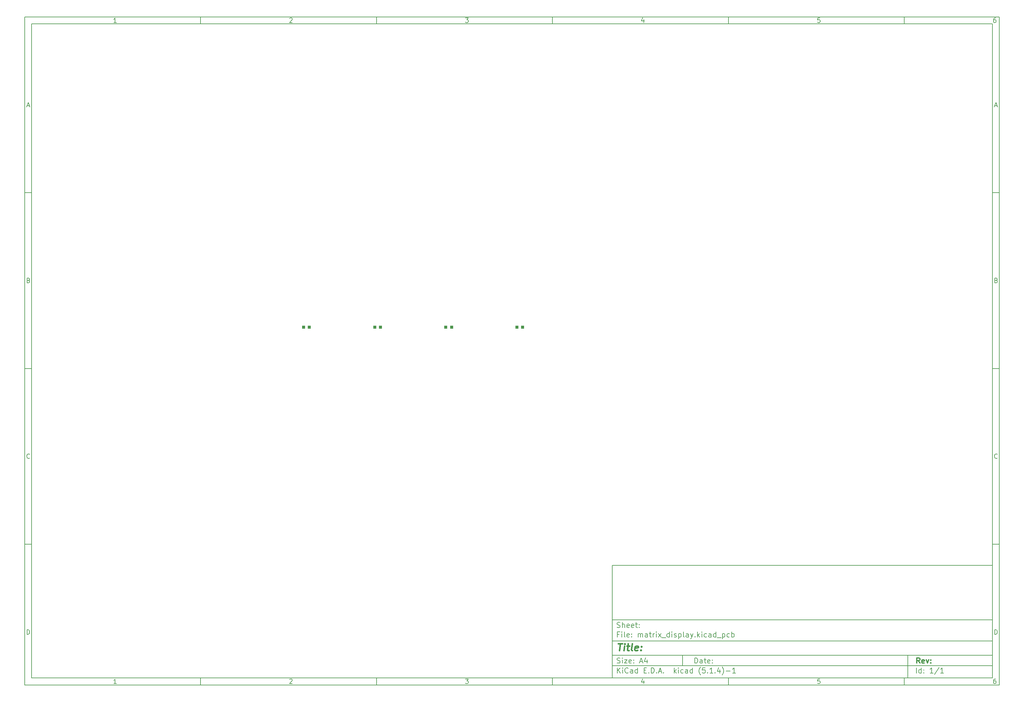
<source format=gbp>
G04 #@! TF.GenerationSoftware,KiCad,Pcbnew,(5.1.4)-1*
G04 #@! TF.CreationDate,2019-11-16T21:27:08+08:00*
G04 #@! TF.ProjectId,matrix_display,6d617472-6978-45f6-9469-73706c61792e,rev?*
G04 #@! TF.SameCoordinates,Original*
G04 #@! TF.FileFunction,Paste,Bot*
G04 #@! TF.FilePolarity,Positive*
%FSLAX46Y46*%
G04 Gerber Fmt 4.6, Leading zero omitted, Abs format (unit mm)*
G04 Created by KiCad (PCBNEW (5.1.4)-1) date 2019-11-16 21:27:08*
%MOMM*%
%LPD*%
G04 APERTURE LIST*
%ADD10C,0.150000*%
%ADD11C,0.300000*%
%ADD12C,0.400000*%
%ADD13R,0.965000X0.920000*%
G04 APERTURE END LIST*
D10*
X177002200Y-166007200D02*
X177002200Y-198007200D01*
X285002200Y-198007200D01*
X285002200Y-166007200D01*
X177002200Y-166007200D01*
X10000000Y-10000000D02*
X10000000Y-200007200D01*
X287002200Y-200007200D01*
X287002200Y-10000000D01*
X10000000Y-10000000D01*
X12000000Y-12000000D02*
X12000000Y-198007200D01*
X285002200Y-198007200D01*
X285002200Y-12000000D01*
X12000000Y-12000000D01*
X60000000Y-12000000D02*
X60000000Y-10000000D01*
X110000000Y-12000000D02*
X110000000Y-10000000D01*
X160000000Y-12000000D02*
X160000000Y-10000000D01*
X210000000Y-12000000D02*
X210000000Y-10000000D01*
X260000000Y-12000000D02*
X260000000Y-10000000D01*
X36065476Y-11588095D02*
X35322619Y-11588095D01*
X35694047Y-11588095D02*
X35694047Y-10288095D01*
X35570238Y-10473809D01*
X35446428Y-10597619D01*
X35322619Y-10659523D01*
X85322619Y-10411904D02*
X85384523Y-10350000D01*
X85508333Y-10288095D01*
X85817857Y-10288095D01*
X85941666Y-10350000D01*
X86003571Y-10411904D01*
X86065476Y-10535714D01*
X86065476Y-10659523D01*
X86003571Y-10845238D01*
X85260714Y-11588095D01*
X86065476Y-11588095D01*
X135260714Y-10288095D02*
X136065476Y-10288095D01*
X135632142Y-10783333D01*
X135817857Y-10783333D01*
X135941666Y-10845238D01*
X136003571Y-10907142D01*
X136065476Y-11030952D01*
X136065476Y-11340476D01*
X136003571Y-11464285D01*
X135941666Y-11526190D01*
X135817857Y-11588095D01*
X135446428Y-11588095D01*
X135322619Y-11526190D01*
X135260714Y-11464285D01*
X185941666Y-10721428D02*
X185941666Y-11588095D01*
X185632142Y-10226190D02*
X185322619Y-11154761D01*
X186127380Y-11154761D01*
X236003571Y-10288095D02*
X235384523Y-10288095D01*
X235322619Y-10907142D01*
X235384523Y-10845238D01*
X235508333Y-10783333D01*
X235817857Y-10783333D01*
X235941666Y-10845238D01*
X236003571Y-10907142D01*
X236065476Y-11030952D01*
X236065476Y-11340476D01*
X236003571Y-11464285D01*
X235941666Y-11526190D01*
X235817857Y-11588095D01*
X235508333Y-11588095D01*
X235384523Y-11526190D01*
X235322619Y-11464285D01*
X285941666Y-10288095D02*
X285694047Y-10288095D01*
X285570238Y-10350000D01*
X285508333Y-10411904D01*
X285384523Y-10597619D01*
X285322619Y-10845238D01*
X285322619Y-11340476D01*
X285384523Y-11464285D01*
X285446428Y-11526190D01*
X285570238Y-11588095D01*
X285817857Y-11588095D01*
X285941666Y-11526190D01*
X286003571Y-11464285D01*
X286065476Y-11340476D01*
X286065476Y-11030952D01*
X286003571Y-10907142D01*
X285941666Y-10845238D01*
X285817857Y-10783333D01*
X285570238Y-10783333D01*
X285446428Y-10845238D01*
X285384523Y-10907142D01*
X285322619Y-11030952D01*
X60000000Y-198007200D02*
X60000000Y-200007200D01*
X110000000Y-198007200D02*
X110000000Y-200007200D01*
X160000000Y-198007200D02*
X160000000Y-200007200D01*
X210000000Y-198007200D02*
X210000000Y-200007200D01*
X260000000Y-198007200D02*
X260000000Y-200007200D01*
X36065476Y-199595295D02*
X35322619Y-199595295D01*
X35694047Y-199595295D02*
X35694047Y-198295295D01*
X35570238Y-198481009D01*
X35446428Y-198604819D01*
X35322619Y-198666723D01*
X85322619Y-198419104D02*
X85384523Y-198357200D01*
X85508333Y-198295295D01*
X85817857Y-198295295D01*
X85941666Y-198357200D01*
X86003571Y-198419104D01*
X86065476Y-198542914D01*
X86065476Y-198666723D01*
X86003571Y-198852438D01*
X85260714Y-199595295D01*
X86065476Y-199595295D01*
X135260714Y-198295295D02*
X136065476Y-198295295D01*
X135632142Y-198790533D01*
X135817857Y-198790533D01*
X135941666Y-198852438D01*
X136003571Y-198914342D01*
X136065476Y-199038152D01*
X136065476Y-199347676D01*
X136003571Y-199471485D01*
X135941666Y-199533390D01*
X135817857Y-199595295D01*
X135446428Y-199595295D01*
X135322619Y-199533390D01*
X135260714Y-199471485D01*
X185941666Y-198728628D02*
X185941666Y-199595295D01*
X185632142Y-198233390D02*
X185322619Y-199161961D01*
X186127380Y-199161961D01*
X236003571Y-198295295D02*
X235384523Y-198295295D01*
X235322619Y-198914342D01*
X235384523Y-198852438D01*
X235508333Y-198790533D01*
X235817857Y-198790533D01*
X235941666Y-198852438D01*
X236003571Y-198914342D01*
X236065476Y-199038152D01*
X236065476Y-199347676D01*
X236003571Y-199471485D01*
X235941666Y-199533390D01*
X235817857Y-199595295D01*
X235508333Y-199595295D01*
X235384523Y-199533390D01*
X235322619Y-199471485D01*
X285941666Y-198295295D02*
X285694047Y-198295295D01*
X285570238Y-198357200D01*
X285508333Y-198419104D01*
X285384523Y-198604819D01*
X285322619Y-198852438D01*
X285322619Y-199347676D01*
X285384523Y-199471485D01*
X285446428Y-199533390D01*
X285570238Y-199595295D01*
X285817857Y-199595295D01*
X285941666Y-199533390D01*
X286003571Y-199471485D01*
X286065476Y-199347676D01*
X286065476Y-199038152D01*
X286003571Y-198914342D01*
X285941666Y-198852438D01*
X285817857Y-198790533D01*
X285570238Y-198790533D01*
X285446428Y-198852438D01*
X285384523Y-198914342D01*
X285322619Y-199038152D01*
X10000000Y-60000000D02*
X12000000Y-60000000D01*
X10000000Y-110000000D02*
X12000000Y-110000000D01*
X10000000Y-160000000D02*
X12000000Y-160000000D01*
X10690476Y-35216666D02*
X11309523Y-35216666D01*
X10566666Y-35588095D02*
X11000000Y-34288095D01*
X11433333Y-35588095D01*
X11092857Y-84907142D02*
X11278571Y-84969047D01*
X11340476Y-85030952D01*
X11402380Y-85154761D01*
X11402380Y-85340476D01*
X11340476Y-85464285D01*
X11278571Y-85526190D01*
X11154761Y-85588095D01*
X10659523Y-85588095D01*
X10659523Y-84288095D01*
X11092857Y-84288095D01*
X11216666Y-84350000D01*
X11278571Y-84411904D01*
X11340476Y-84535714D01*
X11340476Y-84659523D01*
X11278571Y-84783333D01*
X11216666Y-84845238D01*
X11092857Y-84907142D01*
X10659523Y-84907142D01*
X11402380Y-135464285D02*
X11340476Y-135526190D01*
X11154761Y-135588095D01*
X11030952Y-135588095D01*
X10845238Y-135526190D01*
X10721428Y-135402380D01*
X10659523Y-135278571D01*
X10597619Y-135030952D01*
X10597619Y-134845238D01*
X10659523Y-134597619D01*
X10721428Y-134473809D01*
X10845238Y-134350000D01*
X11030952Y-134288095D01*
X11154761Y-134288095D01*
X11340476Y-134350000D01*
X11402380Y-134411904D01*
X10659523Y-185588095D02*
X10659523Y-184288095D01*
X10969047Y-184288095D01*
X11154761Y-184350000D01*
X11278571Y-184473809D01*
X11340476Y-184597619D01*
X11402380Y-184845238D01*
X11402380Y-185030952D01*
X11340476Y-185278571D01*
X11278571Y-185402380D01*
X11154761Y-185526190D01*
X10969047Y-185588095D01*
X10659523Y-185588095D01*
X287002200Y-60000000D02*
X285002200Y-60000000D01*
X287002200Y-110000000D02*
X285002200Y-110000000D01*
X287002200Y-160000000D02*
X285002200Y-160000000D01*
X285692676Y-35216666D02*
X286311723Y-35216666D01*
X285568866Y-35588095D02*
X286002200Y-34288095D01*
X286435533Y-35588095D01*
X286095057Y-84907142D02*
X286280771Y-84969047D01*
X286342676Y-85030952D01*
X286404580Y-85154761D01*
X286404580Y-85340476D01*
X286342676Y-85464285D01*
X286280771Y-85526190D01*
X286156961Y-85588095D01*
X285661723Y-85588095D01*
X285661723Y-84288095D01*
X286095057Y-84288095D01*
X286218866Y-84350000D01*
X286280771Y-84411904D01*
X286342676Y-84535714D01*
X286342676Y-84659523D01*
X286280771Y-84783333D01*
X286218866Y-84845238D01*
X286095057Y-84907142D01*
X285661723Y-84907142D01*
X286404580Y-135464285D02*
X286342676Y-135526190D01*
X286156961Y-135588095D01*
X286033152Y-135588095D01*
X285847438Y-135526190D01*
X285723628Y-135402380D01*
X285661723Y-135278571D01*
X285599819Y-135030952D01*
X285599819Y-134845238D01*
X285661723Y-134597619D01*
X285723628Y-134473809D01*
X285847438Y-134350000D01*
X286033152Y-134288095D01*
X286156961Y-134288095D01*
X286342676Y-134350000D01*
X286404580Y-134411904D01*
X285661723Y-185588095D02*
X285661723Y-184288095D01*
X285971247Y-184288095D01*
X286156961Y-184350000D01*
X286280771Y-184473809D01*
X286342676Y-184597619D01*
X286404580Y-184845238D01*
X286404580Y-185030952D01*
X286342676Y-185278571D01*
X286280771Y-185402380D01*
X286156961Y-185526190D01*
X285971247Y-185588095D01*
X285661723Y-185588095D01*
X200434342Y-193785771D02*
X200434342Y-192285771D01*
X200791485Y-192285771D01*
X201005771Y-192357200D01*
X201148628Y-192500057D01*
X201220057Y-192642914D01*
X201291485Y-192928628D01*
X201291485Y-193142914D01*
X201220057Y-193428628D01*
X201148628Y-193571485D01*
X201005771Y-193714342D01*
X200791485Y-193785771D01*
X200434342Y-193785771D01*
X202577200Y-193785771D02*
X202577200Y-193000057D01*
X202505771Y-192857200D01*
X202362914Y-192785771D01*
X202077200Y-192785771D01*
X201934342Y-192857200D01*
X202577200Y-193714342D02*
X202434342Y-193785771D01*
X202077200Y-193785771D01*
X201934342Y-193714342D01*
X201862914Y-193571485D01*
X201862914Y-193428628D01*
X201934342Y-193285771D01*
X202077200Y-193214342D01*
X202434342Y-193214342D01*
X202577200Y-193142914D01*
X203077200Y-192785771D02*
X203648628Y-192785771D01*
X203291485Y-192285771D02*
X203291485Y-193571485D01*
X203362914Y-193714342D01*
X203505771Y-193785771D01*
X203648628Y-193785771D01*
X204720057Y-193714342D02*
X204577200Y-193785771D01*
X204291485Y-193785771D01*
X204148628Y-193714342D01*
X204077200Y-193571485D01*
X204077200Y-193000057D01*
X204148628Y-192857200D01*
X204291485Y-192785771D01*
X204577200Y-192785771D01*
X204720057Y-192857200D01*
X204791485Y-193000057D01*
X204791485Y-193142914D01*
X204077200Y-193285771D01*
X205434342Y-193642914D02*
X205505771Y-193714342D01*
X205434342Y-193785771D01*
X205362914Y-193714342D01*
X205434342Y-193642914D01*
X205434342Y-193785771D01*
X205434342Y-192857200D02*
X205505771Y-192928628D01*
X205434342Y-193000057D01*
X205362914Y-192928628D01*
X205434342Y-192857200D01*
X205434342Y-193000057D01*
X177002200Y-194507200D02*
X285002200Y-194507200D01*
X178434342Y-196585771D02*
X178434342Y-195085771D01*
X179291485Y-196585771D02*
X178648628Y-195728628D01*
X179291485Y-195085771D02*
X178434342Y-195942914D01*
X179934342Y-196585771D02*
X179934342Y-195585771D01*
X179934342Y-195085771D02*
X179862914Y-195157200D01*
X179934342Y-195228628D01*
X180005771Y-195157200D01*
X179934342Y-195085771D01*
X179934342Y-195228628D01*
X181505771Y-196442914D02*
X181434342Y-196514342D01*
X181220057Y-196585771D01*
X181077200Y-196585771D01*
X180862914Y-196514342D01*
X180720057Y-196371485D01*
X180648628Y-196228628D01*
X180577200Y-195942914D01*
X180577200Y-195728628D01*
X180648628Y-195442914D01*
X180720057Y-195300057D01*
X180862914Y-195157200D01*
X181077200Y-195085771D01*
X181220057Y-195085771D01*
X181434342Y-195157200D01*
X181505771Y-195228628D01*
X182791485Y-196585771D02*
X182791485Y-195800057D01*
X182720057Y-195657200D01*
X182577200Y-195585771D01*
X182291485Y-195585771D01*
X182148628Y-195657200D01*
X182791485Y-196514342D02*
X182648628Y-196585771D01*
X182291485Y-196585771D01*
X182148628Y-196514342D01*
X182077200Y-196371485D01*
X182077200Y-196228628D01*
X182148628Y-196085771D01*
X182291485Y-196014342D01*
X182648628Y-196014342D01*
X182791485Y-195942914D01*
X184148628Y-196585771D02*
X184148628Y-195085771D01*
X184148628Y-196514342D02*
X184005771Y-196585771D01*
X183720057Y-196585771D01*
X183577200Y-196514342D01*
X183505771Y-196442914D01*
X183434342Y-196300057D01*
X183434342Y-195871485D01*
X183505771Y-195728628D01*
X183577200Y-195657200D01*
X183720057Y-195585771D01*
X184005771Y-195585771D01*
X184148628Y-195657200D01*
X186005771Y-195800057D02*
X186505771Y-195800057D01*
X186720057Y-196585771D02*
X186005771Y-196585771D01*
X186005771Y-195085771D01*
X186720057Y-195085771D01*
X187362914Y-196442914D02*
X187434342Y-196514342D01*
X187362914Y-196585771D01*
X187291485Y-196514342D01*
X187362914Y-196442914D01*
X187362914Y-196585771D01*
X188077200Y-196585771D02*
X188077200Y-195085771D01*
X188434342Y-195085771D01*
X188648628Y-195157200D01*
X188791485Y-195300057D01*
X188862914Y-195442914D01*
X188934342Y-195728628D01*
X188934342Y-195942914D01*
X188862914Y-196228628D01*
X188791485Y-196371485D01*
X188648628Y-196514342D01*
X188434342Y-196585771D01*
X188077200Y-196585771D01*
X189577200Y-196442914D02*
X189648628Y-196514342D01*
X189577200Y-196585771D01*
X189505771Y-196514342D01*
X189577200Y-196442914D01*
X189577200Y-196585771D01*
X190220057Y-196157200D02*
X190934342Y-196157200D01*
X190077200Y-196585771D02*
X190577200Y-195085771D01*
X191077200Y-196585771D01*
X191577200Y-196442914D02*
X191648628Y-196514342D01*
X191577200Y-196585771D01*
X191505771Y-196514342D01*
X191577200Y-196442914D01*
X191577200Y-196585771D01*
X194577200Y-196585771D02*
X194577200Y-195085771D01*
X194720057Y-196014342D02*
X195148628Y-196585771D01*
X195148628Y-195585771D02*
X194577200Y-196157200D01*
X195791485Y-196585771D02*
X195791485Y-195585771D01*
X195791485Y-195085771D02*
X195720057Y-195157200D01*
X195791485Y-195228628D01*
X195862914Y-195157200D01*
X195791485Y-195085771D01*
X195791485Y-195228628D01*
X197148628Y-196514342D02*
X197005771Y-196585771D01*
X196720057Y-196585771D01*
X196577200Y-196514342D01*
X196505771Y-196442914D01*
X196434342Y-196300057D01*
X196434342Y-195871485D01*
X196505771Y-195728628D01*
X196577200Y-195657200D01*
X196720057Y-195585771D01*
X197005771Y-195585771D01*
X197148628Y-195657200D01*
X198434342Y-196585771D02*
X198434342Y-195800057D01*
X198362914Y-195657200D01*
X198220057Y-195585771D01*
X197934342Y-195585771D01*
X197791485Y-195657200D01*
X198434342Y-196514342D02*
X198291485Y-196585771D01*
X197934342Y-196585771D01*
X197791485Y-196514342D01*
X197720057Y-196371485D01*
X197720057Y-196228628D01*
X197791485Y-196085771D01*
X197934342Y-196014342D01*
X198291485Y-196014342D01*
X198434342Y-195942914D01*
X199791485Y-196585771D02*
X199791485Y-195085771D01*
X199791485Y-196514342D02*
X199648628Y-196585771D01*
X199362914Y-196585771D01*
X199220057Y-196514342D01*
X199148628Y-196442914D01*
X199077200Y-196300057D01*
X199077200Y-195871485D01*
X199148628Y-195728628D01*
X199220057Y-195657200D01*
X199362914Y-195585771D01*
X199648628Y-195585771D01*
X199791485Y-195657200D01*
X202077200Y-197157200D02*
X202005771Y-197085771D01*
X201862914Y-196871485D01*
X201791485Y-196728628D01*
X201720057Y-196514342D01*
X201648628Y-196157200D01*
X201648628Y-195871485D01*
X201720057Y-195514342D01*
X201791485Y-195300057D01*
X201862914Y-195157200D01*
X202005771Y-194942914D01*
X202077200Y-194871485D01*
X203362914Y-195085771D02*
X202648628Y-195085771D01*
X202577200Y-195800057D01*
X202648628Y-195728628D01*
X202791485Y-195657200D01*
X203148628Y-195657200D01*
X203291485Y-195728628D01*
X203362914Y-195800057D01*
X203434342Y-195942914D01*
X203434342Y-196300057D01*
X203362914Y-196442914D01*
X203291485Y-196514342D01*
X203148628Y-196585771D01*
X202791485Y-196585771D01*
X202648628Y-196514342D01*
X202577200Y-196442914D01*
X204077200Y-196442914D02*
X204148628Y-196514342D01*
X204077200Y-196585771D01*
X204005771Y-196514342D01*
X204077200Y-196442914D01*
X204077200Y-196585771D01*
X205577200Y-196585771D02*
X204720057Y-196585771D01*
X205148628Y-196585771D02*
X205148628Y-195085771D01*
X205005771Y-195300057D01*
X204862914Y-195442914D01*
X204720057Y-195514342D01*
X206220057Y-196442914D02*
X206291485Y-196514342D01*
X206220057Y-196585771D01*
X206148628Y-196514342D01*
X206220057Y-196442914D01*
X206220057Y-196585771D01*
X207577200Y-195585771D02*
X207577200Y-196585771D01*
X207220057Y-195014342D02*
X206862914Y-196085771D01*
X207791485Y-196085771D01*
X208220057Y-197157200D02*
X208291485Y-197085771D01*
X208434342Y-196871485D01*
X208505771Y-196728628D01*
X208577200Y-196514342D01*
X208648628Y-196157200D01*
X208648628Y-195871485D01*
X208577200Y-195514342D01*
X208505771Y-195300057D01*
X208434342Y-195157200D01*
X208291485Y-194942914D01*
X208220057Y-194871485D01*
X209362914Y-196014342D02*
X210505771Y-196014342D01*
X212005771Y-196585771D02*
X211148628Y-196585771D01*
X211577200Y-196585771D02*
X211577200Y-195085771D01*
X211434342Y-195300057D01*
X211291485Y-195442914D01*
X211148628Y-195514342D01*
X177002200Y-191507200D02*
X285002200Y-191507200D01*
D11*
X264411485Y-193785771D02*
X263911485Y-193071485D01*
X263554342Y-193785771D02*
X263554342Y-192285771D01*
X264125771Y-192285771D01*
X264268628Y-192357200D01*
X264340057Y-192428628D01*
X264411485Y-192571485D01*
X264411485Y-192785771D01*
X264340057Y-192928628D01*
X264268628Y-193000057D01*
X264125771Y-193071485D01*
X263554342Y-193071485D01*
X265625771Y-193714342D02*
X265482914Y-193785771D01*
X265197200Y-193785771D01*
X265054342Y-193714342D01*
X264982914Y-193571485D01*
X264982914Y-193000057D01*
X265054342Y-192857200D01*
X265197200Y-192785771D01*
X265482914Y-192785771D01*
X265625771Y-192857200D01*
X265697200Y-193000057D01*
X265697200Y-193142914D01*
X264982914Y-193285771D01*
X266197200Y-192785771D02*
X266554342Y-193785771D01*
X266911485Y-192785771D01*
X267482914Y-193642914D02*
X267554342Y-193714342D01*
X267482914Y-193785771D01*
X267411485Y-193714342D01*
X267482914Y-193642914D01*
X267482914Y-193785771D01*
X267482914Y-192857200D02*
X267554342Y-192928628D01*
X267482914Y-193000057D01*
X267411485Y-192928628D01*
X267482914Y-192857200D01*
X267482914Y-193000057D01*
D10*
X178362914Y-193714342D02*
X178577200Y-193785771D01*
X178934342Y-193785771D01*
X179077200Y-193714342D01*
X179148628Y-193642914D01*
X179220057Y-193500057D01*
X179220057Y-193357200D01*
X179148628Y-193214342D01*
X179077200Y-193142914D01*
X178934342Y-193071485D01*
X178648628Y-193000057D01*
X178505771Y-192928628D01*
X178434342Y-192857200D01*
X178362914Y-192714342D01*
X178362914Y-192571485D01*
X178434342Y-192428628D01*
X178505771Y-192357200D01*
X178648628Y-192285771D01*
X179005771Y-192285771D01*
X179220057Y-192357200D01*
X179862914Y-193785771D02*
X179862914Y-192785771D01*
X179862914Y-192285771D02*
X179791485Y-192357200D01*
X179862914Y-192428628D01*
X179934342Y-192357200D01*
X179862914Y-192285771D01*
X179862914Y-192428628D01*
X180434342Y-192785771D02*
X181220057Y-192785771D01*
X180434342Y-193785771D01*
X181220057Y-193785771D01*
X182362914Y-193714342D02*
X182220057Y-193785771D01*
X181934342Y-193785771D01*
X181791485Y-193714342D01*
X181720057Y-193571485D01*
X181720057Y-193000057D01*
X181791485Y-192857200D01*
X181934342Y-192785771D01*
X182220057Y-192785771D01*
X182362914Y-192857200D01*
X182434342Y-193000057D01*
X182434342Y-193142914D01*
X181720057Y-193285771D01*
X183077200Y-193642914D02*
X183148628Y-193714342D01*
X183077200Y-193785771D01*
X183005771Y-193714342D01*
X183077200Y-193642914D01*
X183077200Y-193785771D01*
X183077200Y-192857200D02*
X183148628Y-192928628D01*
X183077200Y-193000057D01*
X183005771Y-192928628D01*
X183077200Y-192857200D01*
X183077200Y-193000057D01*
X184862914Y-193357200D02*
X185577200Y-193357200D01*
X184720057Y-193785771D02*
X185220057Y-192285771D01*
X185720057Y-193785771D01*
X186862914Y-192785771D02*
X186862914Y-193785771D01*
X186505771Y-192214342D02*
X186148628Y-193285771D01*
X187077200Y-193285771D01*
X263434342Y-196585771D02*
X263434342Y-195085771D01*
X264791485Y-196585771D02*
X264791485Y-195085771D01*
X264791485Y-196514342D02*
X264648628Y-196585771D01*
X264362914Y-196585771D01*
X264220057Y-196514342D01*
X264148628Y-196442914D01*
X264077200Y-196300057D01*
X264077200Y-195871485D01*
X264148628Y-195728628D01*
X264220057Y-195657200D01*
X264362914Y-195585771D01*
X264648628Y-195585771D01*
X264791485Y-195657200D01*
X265505771Y-196442914D02*
X265577200Y-196514342D01*
X265505771Y-196585771D01*
X265434342Y-196514342D01*
X265505771Y-196442914D01*
X265505771Y-196585771D01*
X265505771Y-195657200D02*
X265577200Y-195728628D01*
X265505771Y-195800057D01*
X265434342Y-195728628D01*
X265505771Y-195657200D01*
X265505771Y-195800057D01*
X268148628Y-196585771D02*
X267291485Y-196585771D01*
X267720057Y-196585771D02*
X267720057Y-195085771D01*
X267577200Y-195300057D01*
X267434342Y-195442914D01*
X267291485Y-195514342D01*
X269862914Y-195014342D02*
X268577200Y-196942914D01*
X271148628Y-196585771D02*
X270291485Y-196585771D01*
X270720057Y-196585771D02*
X270720057Y-195085771D01*
X270577200Y-195300057D01*
X270434342Y-195442914D01*
X270291485Y-195514342D01*
X177002200Y-187507200D02*
X285002200Y-187507200D01*
D12*
X178714580Y-188211961D02*
X179857438Y-188211961D01*
X179036009Y-190211961D02*
X179286009Y-188211961D01*
X180274104Y-190211961D02*
X180440771Y-188878628D01*
X180524104Y-188211961D02*
X180416961Y-188307200D01*
X180500295Y-188402438D01*
X180607438Y-188307200D01*
X180524104Y-188211961D01*
X180500295Y-188402438D01*
X181107438Y-188878628D02*
X181869342Y-188878628D01*
X181476485Y-188211961D02*
X181262200Y-189926247D01*
X181333628Y-190116723D01*
X181512200Y-190211961D01*
X181702676Y-190211961D01*
X182655057Y-190211961D02*
X182476485Y-190116723D01*
X182405057Y-189926247D01*
X182619342Y-188211961D01*
X184190771Y-190116723D02*
X183988390Y-190211961D01*
X183607438Y-190211961D01*
X183428866Y-190116723D01*
X183357438Y-189926247D01*
X183452676Y-189164342D01*
X183571723Y-188973866D01*
X183774104Y-188878628D01*
X184155057Y-188878628D01*
X184333628Y-188973866D01*
X184405057Y-189164342D01*
X184381247Y-189354819D01*
X183405057Y-189545295D01*
X185155057Y-190021485D02*
X185238390Y-190116723D01*
X185131247Y-190211961D01*
X185047914Y-190116723D01*
X185155057Y-190021485D01*
X185131247Y-190211961D01*
X185286009Y-188973866D02*
X185369342Y-189069104D01*
X185262200Y-189164342D01*
X185178866Y-189069104D01*
X185286009Y-188973866D01*
X185262200Y-189164342D01*
D10*
X178934342Y-185600057D02*
X178434342Y-185600057D01*
X178434342Y-186385771D02*
X178434342Y-184885771D01*
X179148628Y-184885771D01*
X179720057Y-186385771D02*
X179720057Y-185385771D01*
X179720057Y-184885771D02*
X179648628Y-184957200D01*
X179720057Y-185028628D01*
X179791485Y-184957200D01*
X179720057Y-184885771D01*
X179720057Y-185028628D01*
X180648628Y-186385771D02*
X180505771Y-186314342D01*
X180434342Y-186171485D01*
X180434342Y-184885771D01*
X181791485Y-186314342D02*
X181648628Y-186385771D01*
X181362914Y-186385771D01*
X181220057Y-186314342D01*
X181148628Y-186171485D01*
X181148628Y-185600057D01*
X181220057Y-185457200D01*
X181362914Y-185385771D01*
X181648628Y-185385771D01*
X181791485Y-185457200D01*
X181862914Y-185600057D01*
X181862914Y-185742914D01*
X181148628Y-185885771D01*
X182505771Y-186242914D02*
X182577200Y-186314342D01*
X182505771Y-186385771D01*
X182434342Y-186314342D01*
X182505771Y-186242914D01*
X182505771Y-186385771D01*
X182505771Y-185457200D02*
X182577200Y-185528628D01*
X182505771Y-185600057D01*
X182434342Y-185528628D01*
X182505771Y-185457200D01*
X182505771Y-185600057D01*
X184362914Y-186385771D02*
X184362914Y-185385771D01*
X184362914Y-185528628D02*
X184434342Y-185457200D01*
X184577200Y-185385771D01*
X184791485Y-185385771D01*
X184934342Y-185457200D01*
X185005771Y-185600057D01*
X185005771Y-186385771D01*
X185005771Y-185600057D02*
X185077200Y-185457200D01*
X185220057Y-185385771D01*
X185434342Y-185385771D01*
X185577200Y-185457200D01*
X185648628Y-185600057D01*
X185648628Y-186385771D01*
X187005771Y-186385771D02*
X187005771Y-185600057D01*
X186934342Y-185457200D01*
X186791485Y-185385771D01*
X186505771Y-185385771D01*
X186362914Y-185457200D01*
X187005771Y-186314342D02*
X186862914Y-186385771D01*
X186505771Y-186385771D01*
X186362914Y-186314342D01*
X186291485Y-186171485D01*
X186291485Y-186028628D01*
X186362914Y-185885771D01*
X186505771Y-185814342D01*
X186862914Y-185814342D01*
X187005771Y-185742914D01*
X187505771Y-185385771D02*
X188077200Y-185385771D01*
X187720057Y-184885771D02*
X187720057Y-186171485D01*
X187791485Y-186314342D01*
X187934342Y-186385771D01*
X188077200Y-186385771D01*
X188577200Y-186385771D02*
X188577200Y-185385771D01*
X188577200Y-185671485D02*
X188648628Y-185528628D01*
X188720057Y-185457200D01*
X188862914Y-185385771D01*
X189005771Y-185385771D01*
X189505771Y-186385771D02*
X189505771Y-185385771D01*
X189505771Y-184885771D02*
X189434342Y-184957200D01*
X189505771Y-185028628D01*
X189577200Y-184957200D01*
X189505771Y-184885771D01*
X189505771Y-185028628D01*
X190077200Y-186385771D02*
X190862914Y-185385771D01*
X190077200Y-185385771D02*
X190862914Y-186385771D01*
X191077200Y-186528628D02*
X192220057Y-186528628D01*
X193220057Y-186385771D02*
X193220057Y-184885771D01*
X193220057Y-186314342D02*
X193077200Y-186385771D01*
X192791485Y-186385771D01*
X192648628Y-186314342D01*
X192577200Y-186242914D01*
X192505771Y-186100057D01*
X192505771Y-185671485D01*
X192577200Y-185528628D01*
X192648628Y-185457200D01*
X192791485Y-185385771D01*
X193077200Y-185385771D01*
X193220057Y-185457200D01*
X193934342Y-186385771D02*
X193934342Y-185385771D01*
X193934342Y-184885771D02*
X193862914Y-184957200D01*
X193934342Y-185028628D01*
X194005771Y-184957200D01*
X193934342Y-184885771D01*
X193934342Y-185028628D01*
X194577200Y-186314342D02*
X194720057Y-186385771D01*
X195005771Y-186385771D01*
X195148628Y-186314342D01*
X195220057Y-186171485D01*
X195220057Y-186100057D01*
X195148628Y-185957200D01*
X195005771Y-185885771D01*
X194791485Y-185885771D01*
X194648628Y-185814342D01*
X194577200Y-185671485D01*
X194577200Y-185600057D01*
X194648628Y-185457200D01*
X194791485Y-185385771D01*
X195005771Y-185385771D01*
X195148628Y-185457200D01*
X195862914Y-185385771D02*
X195862914Y-186885771D01*
X195862914Y-185457200D02*
X196005771Y-185385771D01*
X196291485Y-185385771D01*
X196434342Y-185457200D01*
X196505771Y-185528628D01*
X196577200Y-185671485D01*
X196577200Y-186100057D01*
X196505771Y-186242914D01*
X196434342Y-186314342D01*
X196291485Y-186385771D01*
X196005771Y-186385771D01*
X195862914Y-186314342D01*
X197434342Y-186385771D02*
X197291485Y-186314342D01*
X197220057Y-186171485D01*
X197220057Y-184885771D01*
X198648628Y-186385771D02*
X198648628Y-185600057D01*
X198577200Y-185457200D01*
X198434342Y-185385771D01*
X198148628Y-185385771D01*
X198005771Y-185457200D01*
X198648628Y-186314342D02*
X198505771Y-186385771D01*
X198148628Y-186385771D01*
X198005771Y-186314342D01*
X197934342Y-186171485D01*
X197934342Y-186028628D01*
X198005771Y-185885771D01*
X198148628Y-185814342D01*
X198505771Y-185814342D01*
X198648628Y-185742914D01*
X199220057Y-185385771D02*
X199577200Y-186385771D01*
X199934342Y-185385771D02*
X199577200Y-186385771D01*
X199434342Y-186742914D01*
X199362914Y-186814342D01*
X199220057Y-186885771D01*
X200505771Y-186242914D02*
X200577200Y-186314342D01*
X200505771Y-186385771D01*
X200434342Y-186314342D01*
X200505771Y-186242914D01*
X200505771Y-186385771D01*
X201220057Y-186385771D02*
X201220057Y-184885771D01*
X201362914Y-185814342D02*
X201791485Y-186385771D01*
X201791485Y-185385771D02*
X201220057Y-185957200D01*
X202434342Y-186385771D02*
X202434342Y-185385771D01*
X202434342Y-184885771D02*
X202362914Y-184957200D01*
X202434342Y-185028628D01*
X202505771Y-184957200D01*
X202434342Y-184885771D01*
X202434342Y-185028628D01*
X203791485Y-186314342D02*
X203648628Y-186385771D01*
X203362914Y-186385771D01*
X203220057Y-186314342D01*
X203148628Y-186242914D01*
X203077200Y-186100057D01*
X203077200Y-185671485D01*
X203148628Y-185528628D01*
X203220057Y-185457200D01*
X203362914Y-185385771D01*
X203648628Y-185385771D01*
X203791485Y-185457200D01*
X205077200Y-186385771D02*
X205077200Y-185600057D01*
X205005771Y-185457200D01*
X204862914Y-185385771D01*
X204577200Y-185385771D01*
X204434342Y-185457200D01*
X205077200Y-186314342D02*
X204934342Y-186385771D01*
X204577200Y-186385771D01*
X204434342Y-186314342D01*
X204362914Y-186171485D01*
X204362914Y-186028628D01*
X204434342Y-185885771D01*
X204577200Y-185814342D01*
X204934342Y-185814342D01*
X205077200Y-185742914D01*
X206434342Y-186385771D02*
X206434342Y-184885771D01*
X206434342Y-186314342D02*
X206291485Y-186385771D01*
X206005771Y-186385771D01*
X205862914Y-186314342D01*
X205791485Y-186242914D01*
X205720057Y-186100057D01*
X205720057Y-185671485D01*
X205791485Y-185528628D01*
X205862914Y-185457200D01*
X206005771Y-185385771D01*
X206291485Y-185385771D01*
X206434342Y-185457200D01*
X206791485Y-186528628D02*
X207934342Y-186528628D01*
X208291485Y-185385771D02*
X208291485Y-186885771D01*
X208291485Y-185457200D02*
X208434342Y-185385771D01*
X208720057Y-185385771D01*
X208862914Y-185457200D01*
X208934342Y-185528628D01*
X209005771Y-185671485D01*
X209005771Y-186100057D01*
X208934342Y-186242914D01*
X208862914Y-186314342D01*
X208720057Y-186385771D01*
X208434342Y-186385771D01*
X208291485Y-186314342D01*
X210291485Y-186314342D02*
X210148628Y-186385771D01*
X209862914Y-186385771D01*
X209720057Y-186314342D01*
X209648628Y-186242914D01*
X209577200Y-186100057D01*
X209577200Y-185671485D01*
X209648628Y-185528628D01*
X209720057Y-185457200D01*
X209862914Y-185385771D01*
X210148628Y-185385771D01*
X210291485Y-185457200D01*
X210934342Y-186385771D02*
X210934342Y-184885771D01*
X210934342Y-185457200D02*
X211077200Y-185385771D01*
X211362914Y-185385771D01*
X211505771Y-185457200D01*
X211577200Y-185528628D01*
X211648628Y-185671485D01*
X211648628Y-186100057D01*
X211577200Y-186242914D01*
X211505771Y-186314342D01*
X211362914Y-186385771D01*
X211077200Y-186385771D01*
X210934342Y-186314342D01*
X177002200Y-181507200D02*
X285002200Y-181507200D01*
X178362914Y-183614342D02*
X178577200Y-183685771D01*
X178934342Y-183685771D01*
X179077200Y-183614342D01*
X179148628Y-183542914D01*
X179220057Y-183400057D01*
X179220057Y-183257200D01*
X179148628Y-183114342D01*
X179077200Y-183042914D01*
X178934342Y-182971485D01*
X178648628Y-182900057D01*
X178505771Y-182828628D01*
X178434342Y-182757200D01*
X178362914Y-182614342D01*
X178362914Y-182471485D01*
X178434342Y-182328628D01*
X178505771Y-182257200D01*
X178648628Y-182185771D01*
X179005771Y-182185771D01*
X179220057Y-182257200D01*
X179862914Y-183685771D02*
X179862914Y-182185771D01*
X180505771Y-183685771D02*
X180505771Y-182900057D01*
X180434342Y-182757200D01*
X180291485Y-182685771D01*
X180077200Y-182685771D01*
X179934342Y-182757200D01*
X179862914Y-182828628D01*
X181791485Y-183614342D02*
X181648628Y-183685771D01*
X181362914Y-183685771D01*
X181220057Y-183614342D01*
X181148628Y-183471485D01*
X181148628Y-182900057D01*
X181220057Y-182757200D01*
X181362914Y-182685771D01*
X181648628Y-182685771D01*
X181791485Y-182757200D01*
X181862914Y-182900057D01*
X181862914Y-183042914D01*
X181148628Y-183185771D01*
X183077200Y-183614342D02*
X182934342Y-183685771D01*
X182648628Y-183685771D01*
X182505771Y-183614342D01*
X182434342Y-183471485D01*
X182434342Y-182900057D01*
X182505771Y-182757200D01*
X182648628Y-182685771D01*
X182934342Y-182685771D01*
X183077200Y-182757200D01*
X183148628Y-182900057D01*
X183148628Y-183042914D01*
X182434342Y-183185771D01*
X183577200Y-182685771D02*
X184148628Y-182685771D01*
X183791485Y-182185771D02*
X183791485Y-183471485D01*
X183862914Y-183614342D01*
X184005771Y-183685771D01*
X184148628Y-183685771D01*
X184648628Y-183542914D02*
X184720057Y-183614342D01*
X184648628Y-183685771D01*
X184577200Y-183614342D01*
X184648628Y-183542914D01*
X184648628Y-183685771D01*
X184648628Y-182757200D02*
X184720057Y-182828628D01*
X184648628Y-182900057D01*
X184577200Y-182828628D01*
X184648628Y-182757200D01*
X184648628Y-182900057D01*
X197002200Y-191507200D02*
X197002200Y-194507200D01*
X261002200Y-191507200D02*
X261002200Y-198007200D01*
D13*
X151520000Y-98200000D03*
X149880000Y-98200000D03*
X129680000Y-98200000D03*
X131320000Y-98200000D03*
X111120000Y-98200000D03*
X109480000Y-98200000D03*
X89280000Y-98200000D03*
X90920000Y-98200000D03*
M02*

</source>
